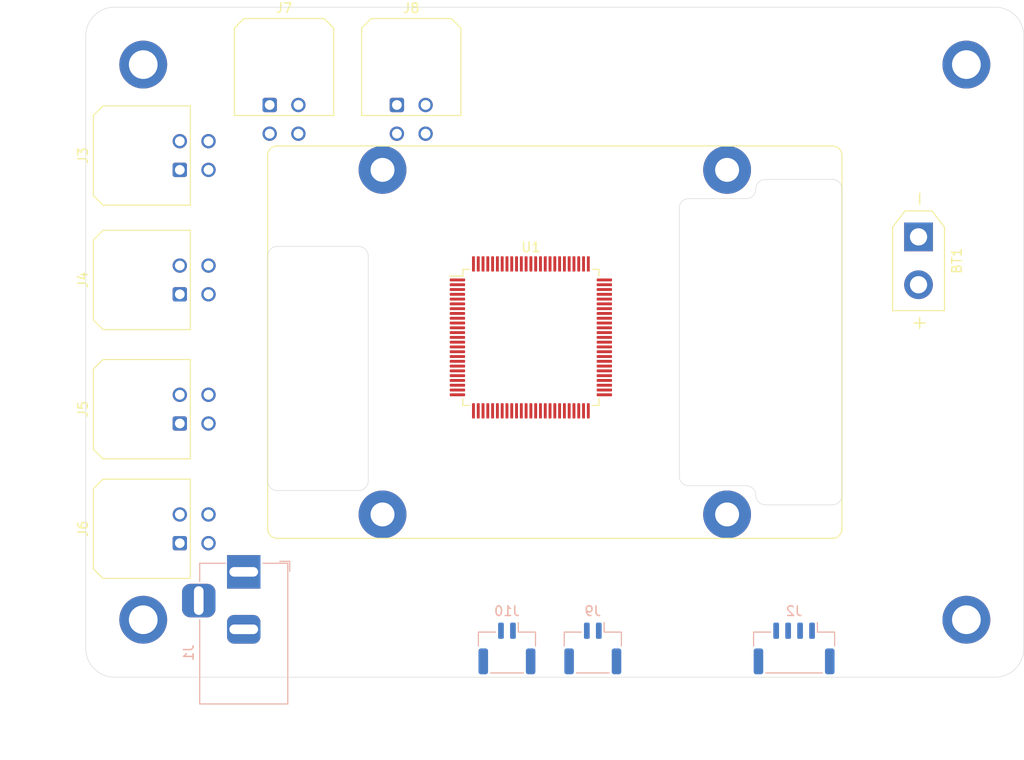
<source format=kicad_pcb>
(kicad_pcb (version 20171130) (host pcbnew "(5.1.9)-1")

  (general
    (thickness 1.6)
    (drawings 44)
    (tracks 8)
    (zones 0)
    (modules 12)
    (nets 4)
  )

  (page A4)
  (layers
    (0 F.Cu signal)
    (31 B.Cu signal)
    (32 B.Adhes user)
    (33 F.Adhes user)
    (34 B.Paste user)
    (35 F.Paste user)
    (36 B.SilkS user)
    (37 F.SilkS user)
    (38 B.Mask user)
    (39 F.Mask user)
    (40 Dwgs.User user)
    (41 Cmts.User user)
    (42 Eco1.User user)
    (43 Eco2.User user)
    (44 Edge.Cuts user)
    (45 Margin user)
    (46 B.CrtYd user)
    (47 F.CrtYd user)
    (48 B.Fab user)
    (49 F.Fab user)
  )

  (setup
    (last_trace_width 0.25)
    (trace_clearance 0.2)
    (zone_clearance 0.508)
    (zone_45_only no)
    (trace_min 0.2)
    (via_size 0.8)
    (via_drill 0.4)
    (via_min_size 0.4)
    (via_min_drill 0.3)
    (uvia_size 0.3)
    (uvia_drill 0.1)
    (uvias_allowed no)
    (uvia_min_size 0.2)
    (uvia_min_drill 0.1)
    (edge_width 0.05)
    (segment_width 0.2)
    (pcb_text_width 0.3)
    (pcb_text_size 1.5 1.5)
    (mod_edge_width 0.12)
    (mod_text_size 1 1)
    (mod_text_width 0.15)
    (pad_size 1.524 1.524)
    (pad_drill 0.762)
    (pad_to_mask_clearance 0)
    (aux_axis_origin 0 0)
    (visible_elements 7FFFFFFF)
    (pcbplotparams
      (layerselection 0x010fc_ffffffff)
      (usegerberextensions false)
      (usegerberattributes true)
      (usegerberadvancedattributes true)
      (creategerberjobfile true)
      (excludeedgelayer true)
      (linewidth 0.100000)
      (plotframeref false)
      (viasonmask false)
      (mode 1)
      (useauxorigin false)
      (hpglpennumber 1)
      (hpglpenspeed 20)
      (hpglpendiameter 15.000000)
      (psnegative false)
      (psa4output false)
      (plotreference true)
      (plotvalue true)
      (plotinvisibletext false)
      (padsonsilk false)
      (subtractmaskfromsilk false)
      (outputformat 1)
      (mirror false)
      (drillshape 1)
      (scaleselection 1)
      (outputdirectory ""))
  )

  (net 0 "")
  (net 1 "Net-(J2-PadMP)")
  (net 2 "Net-(J9-PadMP)")
  (net 3 "Net-(J10-PadMP)")

  (net_class Default "This is the default net class."
    (clearance 0.2)
    (trace_width 0.25)
    (via_dia 0.8)
    (via_drill 0.4)
    (uvia_dia 0.3)
    (uvia_drill 0.1)
    (add_net +12V)
    (add_net AL0)
    (add_net AL1)
    (add_net GNDA)
    (add_net "Net-(BT1-Pad1)")
    (add_net "Net-(BT1-Pad2)")
    (add_net "Net-(J1-Pad1)")
    (add_net "Net-(J1-Pad2)")
    (add_net "Net-(J1-Pad3)")
    (add_net "Net-(J10-Pad1)")
    (add_net "Net-(J10-Pad2)")
    (add_net "Net-(J10-PadMP)")
    (add_net "Net-(J2-Pad1)")
    (add_net "Net-(J2-Pad2)")
    (add_net "Net-(J2-Pad3)")
    (add_net "Net-(J2-Pad4)")
    (add_net "Net-(J2-PadMP)")
    (add_net "Net-(J3-Pad4)")
    (add_net "Net-(J4-Pad1)")
    (add_net "Net-(J4-Pad2)")
    (add_net "Net-(J4-Pad4)")
    (add_net "Net-(J5-Pad1)")
    (add_net "Net-(J5-Pad2)")
    (add_net "Net-(J5-Pad3)")
    (add_net "Net-(J5-Pad4)")
    (add_net "Net-(J6-Pad1)")
    (add_net "Net-(J6-Pad2)")
    (add_net "Net-(J6-Pad3)")
    (add_net "Net-(J6-Pad4)")
    (add_net "Net-(J7-Pad1)")
    (add_net "Net-(J7-Pad2)")
    (add_net "Net-(J7-Pad3)")
    (add_net "Net-(J7-Pad4)")
    (add_net "Net-(J8-Pad1)")
    (add_net "Net-(J8-Pad2)")
    (add_net "Net-(J8-Pad3)")
    (add_net "Net-(J8-Pad4)")
    (add_net "Net-(J9-Pad1)")
    (add_net "Net-(J9-Pad2)")
    (add_net "Net-(J9-PadMP)")
    (add_net "Net-(U1-Pad1)")
    (add_net "Net-(U1-Pad10)")
    (add_net "Net-(U1-Pad100)")
    (add_net "Net-(U1-Pad11)")
    (add_net "Net-(U1-Pad12)")
    (add_net "Net-(U1-Pad13)")
    (add_net "Net-(U1-Pad14)")
    (add_net "Net-(U1-Pad15)")
    (add_net "Net-(U1-Pad16)")
    (add_net "Net-(U1-Pad17)")
    (add_net "Net-(U1-Pad18)")
    (add_net "Net-(U1-Pad19)")
    (add_net "Net-(U1-Pad2)")
    (add_net "Net-(U1-Pad20)")
    (add_net "Net-(U1-Pad21)")
    (add_net "Net-(U1-Pad22)")
    (add_net "Net-(U1-Pad23)")
    (add_net "Net-(U1-Pad24)")
    (add_net "Net-(U1-Pad25)")
    (add_net "Net-(U1-Pad26)")
    (add_net "Net-(U1-Pad27)")
    (add_net "Net-(U1-Pad28)")
    (add_net "Net-(U1-Pad29)")
    (add_net "Net-(U1-Pad3)")
    (add_net "Net-(U1-Pad30)")
    (add_net "Net-(U1-Pad31)")
    (add_net "Net-(U1-Pad32)")
    (add_net "Net-(U1-Pad33)")
    (add_net "Net-(U1-Pad34)")
    (add_net "Net-(U1-Pad35)")
    (add_net "Net-(U1-Pad36)")
    (add_net "Net-(U1-Pad37)")
    (add_net "Net-(U1-Pad38)")
    (add_net "Net-(U1-Pad39)")
    (add_net "Net-(U1-Pad4)")
    (add_net "Net-(U1-Pad40)")
    (add_net "Net-(U1-Pad41)")
    (add_net "Net-(U1-Pad42)")
    (add_net "Net-(U1-Pad43)")
    (add_net "Net-(U1-Pad44)")
    (add_net "Net-(U1-Pad45)")
    (add_net "Net-(U1-Pad46)")
    (add_net "Net-(U1-Pad47)")
    (add_net "Net-(U1-Pad48)")
    (add_net "Net-(U1-Pad49)")
    (add_net "Net-(U1-Pad5)")
    (add_net "Net-(U1-Pad50)")
    (add_net "Net-(U1-Pad51)")
    (add_net "Net-(U1-Pad52)")
    (add_net "Net-(U1-Pad53)")
    (add_net "Net-(U1-Pad54)")
    (add_net "Net-(U1-Pad55)")
    (add_net "Net-(U1-Pad56)")
    (add_net "Net-(U1-Pad57)")
    (add_net "Net-(U1-Pad58)")
    (add_net "Net-(U1-Pad59)")
    (add_net "Net-(U1-Pad6)")
    (add_net "Net-(U1-Pad60)")
    (add_net "Net-(U1-Pad61)")
    (add_net "Net-(U1-Pad62)")
    (add_net "Net-(U1-Pad63)")
    (add_net "Net-(U1-Pad64)")
    (add_net "Net-(U1-Pad65)")
    (add_net "Net-(U1-Pad66)")
    (add_net "Net-(U1-Pad67)")
    (add_net "Net-(U1-Pad68)")
    (add_net "Net-(U1-Pad69)")
    (add_net "Net-(U1-Pad7)")
    (add_net "Net-(U1-Pad70)")
    (add_net "Net-(U1-Pad71)")
    (add_net "Net-(U1-Pad72)")
    (add_net "Net-(U1-Pad73)")
    (add_net "Net-(U1-Pad74)")
    (add_net "Net-(U1-Pad75)")
    (add_net "Net-(U1-Pad76)")
    (add_net "Net-(U1-Pad77)")
    (add_net "Net-(U1-Pad78)")
    (add_net "Net-(U1-Pad79)")
    (add_net "Net-(U1-Pad8)")
    (add_net "Net-(U1-Pad80)")
    (add_net "Net-(U1-Pad81)")
    (add_net "Net-(U1-Pad82)")
    (add_net "Net-(U1-Pad83)")
    (add_net "Net-(U1-Pad84)")
    (add_net "Net-(U1-Pad85)")
    (add_net "Net-(U1-Pad86)")
    (add_net "Net-(U1-Pad87)")
    (add_net "Net-(U1-Pad88)")
    (add_net "Net-(U1-Pad89)")
    (add_net "Net-(U1-Pad9)")
    (add_net "Net-(U1-Pad90)")
    (add_net "Net-(U1-Pad91)")
    (add_net "Net-(U1-Pad92)")
    (add_net "Net-(U1-Pad93)")
    (add_net "Net-(U1-Pad94)")
    (add_net "Net-(U1-Pad95)")
    (add_net "Net-(U1-Pad96)")
    (add_net "Net-(U1-Pad97)")
    (add_net "Net-(U1-Pad98)")
    (add_net "Net-(U1-Pad99)")
  )

  (module Package_QFP:LQFP-100_14x14mm_P0.5mm (layer F.Cu) (tedit 5D9F72B0) (tstamp 6093A107)
    (at 98.5 87.5)
    (descr "LQFP, 100 Pin (https://www.nxp.com/docs/en/package-information/SOT407-1.pdf), generated with kicad-footprint-generator ipc_gullwing_generator.py")
    (tags "LQFP QFP")
    (path /6093A828)
    (attr smd)
    (fp_text reference U1 (at 0 -9.42) (layer F.SilkS)
      (effects (font (size 1 1) (thickness 0.15)))
    )
    (fp_text value STM32F429VETx (at 0 9.42) (layer F.Fab)
      (effects (font (size 1 1) (thickness 0.15)))
    )
    (fp_text user %R (at 0 0) (layer F.Fab)
      (effects (font (size 1 1) (thickness 0.15)))
    )
    (fp_line (start 6.41 7.11) (end 7.11 7.11) (layer F.SilkS) (width 0.12))
    (fp_line (start 7.11 7.11) (end 7.11 6.41) (layer F.SilkS) (width 0.12))
    (fp_line (start -6.41 7.11) (end -7.11 7.11) (layer F.SilkS) (width 0.12))
    (fp_line (start -7.11 7.11) (end -7.11 6.41) (layer F.SilkS) (width 0.12))
    (fp_line (start 6.41 -7.11) (end 7.11 -7.11) (layer F.SilkS) (width 0.12))
    (fp_line (start 7.11 -7.11) (end 7.11 -6.41) (layer F.SilkS) (width 0.12))
    (fp_line (start -6.41 -7.11) (end -7.11 -7.11) (layer F.SilkS) (width 0.12))
    (fp_line (start -7.11 -7.11) (end -7.11 -6.41) (layer F.SilkS) (width 0.12))
    (fp_line (start -7.11 -6.41) (end -8.475 -6.41) (layer F.SilkS) (width 0.12))
    (fp_line (start -6 -7) (end 7 -7) (layer F.Fab) (width 0.1))
    (fp_line (start 7 -7) (end 7 7) (layer F.Fab) (width 0.1))
    (fp_line (start 7 7) (end -7 7) (layer F.Fab) (width 0.1))
    (fp_line (start -7 7) (end -7 -6) (layer F.Fab) (width 0.1))
    (fp_line (start -7 -6) (end -6 -7) (layer F.Fab) (width 0.1))
    (fp_line (start 0 -8.72) (end -6.4 -8.72) (layer F.CrtYd) (width 0.05))
    (fp_line (start -6.4 -8.72) (end -6.4 -7.25) (layer F.CrtYd) (width 0.05))
    (fp_line (start -6.4 -7.25) (end -7.25 -7.25) (layer F.CrtYd) (width 0.05))
    (fp_line (start -7.25 -7.25) (end -7.25 -6.4) (layer F.CrtYd) (width 0.05))
    (fp_line (start -7.25 -6.4) (end -8.72 -6.4) (layer F.CrtYd) (width 0.05))
    (fp_line (start -8.72 -6.4) (end -8.72 0) (layer F.CrtYd) (width 0.05))
    (fp_line (start 0 -8.72) (end 6.4 -8.72) (layer F.CrtYd) (width 0.05))
    (fp_line (start 6.4 -8.72) (end 6.4 -7.25) (layer F.CrtYd) (width 0.05))
    (fp_line (start 6.4 -7.25) (end 7.25 -7.25) (layer F.CrtYd) (width 0.05))
    (fp_line (start 7.25 -7.25) (end 7.25 -6.4) (layer F.CrtYd) (width 0.05))
    (fp_line (start 7.25 -6.4) (end 8.72 -6.4) (layer F.CrtYd) (width 0.05))
    (fp_line (start 8.72 -6.4) (end 8.72 0) (layer F.CrtYd) (width 0.05))
    (fp_line (start 0 8.72) (end -6.4 8.72) (layer F.CrtYd) (width 0.05))
    (fp_line (start -6.4 8.72) (end -6.4 7.25) (layer F.CrtYd) (width 0.05))
    (fp_line (start -6.4 7.25) (end -7.25 7.25) (layer F.CrtYd) (width 0.05))
    (fp_line (start -7.25 7.25) (end -7.25 6.4) (layer F.CrtYd) (width 0.05))
    (fp_line (start -7.25 6.4) (end -8.72 6.4) (layer F.CrtYd) (width 0.05))
    (fp_line (start -8.72 6.4) (end -8.72 0) (layer F.CrtYd) (width 0.05))
    (fp_line (start 0 8.72) (end 6.4 8.72) (layer F.CrtYd) (width 0.05))
    (fp_line (start 6.4 8.72) (end 6.4 7.25) (layer F.CrtYd) (width 0.05))
    (fp_line (start 6.4 7.25) (end 7.25 7.25) (layer F.CrtYd) (width 0.05))
    (fp_line (start 7.25 7.25) (end 7.25 6.4) (layer F.CrtYd) (width 0.05))
    (fp_line (start 7.25 6.4) (end 8.72 6.4) (layer F.CrtYd) (width 0.05))
    (fp_line (start 8.72 6.4) (end 8.72 0) (layer F.CrtYd) (width 0.05))
    (pad 100 smd roundrect (at -6 -7.675) (size 0.3 1.6) (layers F.Cu F.Paste F.Mask) (roundrect_rratio 0.25))
    (pad 99 smd roundrect (at -5.5 -7.675) (size 0.3 1.6) (layers F.Cu F.Paste F.Mask) (roundrect_rratio 0.25))
    (pad 98 smd roundrect (at -5 -7.675) (size 0.3 1.6) (layers F.Cu F.Paste F.Mask) (roundrect_rratio 0.25))
    (pad 97 smd roundrect (at -4.5 -7.675) (size 0.3 1.6) (layers F.Cu F.Paste F.Mask) (roundrect_rratio 0.25))
    (pad 96 smd roundrect (at -4 -7.675) (size 0.3 1.6) (layers F.Cu F.Paste F.Mask) (roundrect_rratio 0.25))
    (pad 95 smd roundrect (at -3.5 -7.675) (size 0.3 1.6) (layers F.Cu F.Paste F.Mask) (roundrect_rratio 0.25))
    (pad 94 smd roundrect (at -3 -7.675) (size 0.3 1.6) (layers F.Cu F.Paste F.Mask) (roundrect_rratio 0.25))
    (pad 93 smd roundrect (at -2.5 -7.675) (size 0.3 1.6) (layers F.Cu F.Paste F.Mask) (roundrect_rratio 0.25))
    (pad 92 smd roundrect (at -2 -7.675) (size 0.3 1.6) (layers F.Cu F.Paste F.Mask) (roundrect_rratio 0.25))
    (pad 91 smd roundrect (at -1.5 -7.675) (size 0.3 1.6) (layers F.Cu F.Paste F.Mask) (roundrect_rratio 0.25))
    (pad 90 smd roundrect (at -1 -7.675) (size 0.3 1.6) (layers F.Cu F.Paste F.Mask) (roundrect_rratio 0.25))
    (pad 89 smd roundrect (at -0.5 -7.675) (size 0.3 1.6) (layers F.Cu F.Paste F.Mask) (roundrect_rratio 0.25))
    (pad 88 smd roundrect (at 0 -7.675) (size 0.3 1.6) (layers F.Cu F.Paste F.Mask) (roundrect_rratio 0.25))
    (pad 87 smd roundrect (at 0.5 -7.675) (size 0.3 1.6) (layers F.Cu F.Paste F.Mask) (roundrect_rratio 0.25))
    (pad 86 smd roundrect (at 1 -7.675) (size 0.3 1.6) (layers F.Cu F.Paste F.Mask) (roundrect_rratio 0.25))
    (pad 85 smd roundrect (at 1.5 -7.675) (size 0.3 1.6) (layers F.Cu F.Paste F.Mask) (roundrect_rratio 0.25))
    (pad 84 smd roundrect (at 2 -7.675) (size 0.3 1.6) (layers F.Cu F.Paste F.Mask) (roundrect_rratio 0.25))
    (pad 83 smd roundrect (at 2.5 -7.675) (size 0.3 1.6) (layers F.Cu F.Paste F.Mask) (roundrect_rratio 0.25))
    (pad 82 smd roundrect (at 3 -7.675) (size 0.3 1.6) (layers F.Cu F.Paste F.Mask) (roundrect_rratio 0.25))
    (pad 81 smd roundrect (at 3.5 -7.675) (size 0.3 1.6) (layers F.Cu F.Paste F.Mask) (roundrect_rratio 0.25))
    (pad 80 smd roundrect (at 4 -7.675) (size 0.3 1.6) (layers F.Cu F.Paste F.Mask) (roundrect_rratio 0.25))
    (pad 79 smd roundrect (at 4.5 -7.675) (size 0.3 1.6) (layers F.Cu F.Paste F.Mask) (roundrect_rratio 0.25))
    (pad 78 smd roundrect (at 5 -7.675) (size 0.3 1.6) (layers F.Cu F.Paste F.Mask) (roundrect_rratio 0.25))
    (pad 77 smd roundrect (at 5.5 -7.675) (size 0.3 1.6) (layers F.Cu F.Paste F.Mask) (roundrect_rratio 0.25))
    (pad 76 smd roundrect (at 6 -7.675) (size 0.3 1.6) (layers F.Cu F.Paste F.Mask) (roundrect_rratio 0.25))
    (pad 75 smd roundrect (at 7.675 -6) (size 1.6 0.3) (layers F.Cu F.Paste F.Mask) (roundrect_rratio 0.25))
    (pad 74 smd roundrect (at 7.675 -5.5) (size 1.6 0.3) (layers F.Cu F.Paste F.Mask) (roundrect_rratio 0.25))
    (pad 73 smd roundrect (at 7.675 -5) (size 1.6 0.3) (layers F.Cu F.Paste F.Mask) (roundrect_rratio 0.25))
    (pad 72 smd roundrect (at 7.675 -4.5) (size 1.6 0.3) (layers F.Cu F.Paste F.Mask) (roundrect_rratio 0.25))
    (pad 71 smd roundrect (at 7.675 -4) (size 1.6 0.3) (layers F.Cu F.Paste F.Mask) (roundrect_rratio 0.25))
    (pad 70 smd roundrect (at 7.675 -3.5) (size 1.6 0.3) (layers F.Cu F.Paste F.Mask) (roundrect_rratio 0.25))
    (pad 69 smd roundrect (at 7.675 -3) (size 1.6 0.3) (layers F.Cu F.Paste F.Mask) (roundrect_rratio 0.25))
    (pad 68 smd roundrect (at 7.675 -2.5) (size 1.6 0.3) (layers F.Cu F.Paste F.Mask) (roundrect_rratio 0.25))
    (pad 67 smd roundrect (at 7.675 -2) (size 1.6 0.3) (layers F.Cu F.Paste F.Mask) (roundrect_rratio 0.25))
    (pad 66 smd roundrect (at 7.675 -1.5) (size 1.6 0.3) (layers F.Cu F.Paste F.Mask) (roundrect_rratio 0.25))
    (pad 65 smd roundrect (at 7.675 -1) (size 1.6 0.3) (layers F.Cu F.Paste F.Mask) (roundrect_rratio 0.25))
    (pad 64 smd roundrect (at 7.675 -0.5) (size 1.6 0.3) (layers F.Cu F.Paste F.Mask) (roundrect_rratio 0.25))
    (pad 63 smd roundrect (at 7.675 0) (size 1.6 0.3) (layers F.Cu F.Paste F.Mask) (roundrect_rratio 0.25))
    (pad 62 smd roundrect (at 7.675 0.5) (size 1.6 0.3) (layers F.Cu F.Paste F.Mask) (roundrect_rratio 0.25))
    (pad 61 smd roundrect (at 7.675 1) (size 1.6 0.3) (layers F.Cu F.Paste F.Mask) (roundrect_rratio 0.25))
    (pad 60 smd roundrect (at 7.675 1.5) (size 1.6 0.3) (layers F.Cu F.Paste F.Mask) (roundrect_rratio 0.25))
    (pad 59 smd roundrect (at 7.675 2) (size 1.6 0.3) (layers F.Cu F.Paste F.Mask) (roundrect_rratio 0.25))
    (pad 58 smd roundrect (at 7.675 2.5) (size 1.6 0.3) (layers F.Cu F.Paste F.Mask) (roundrect_rratio 0.25))
    (pad 57 smd roundrect (at 7.675 3) (size 1.6 0.3) (layers F.Cu F.Paste F.Mask) (roundrect_rratio 0.25))
    (pad 56 smd roundrect (at 7.675 3.5) (size 1.6 0.3) (layers F.Cu F.Paste F.Mask) (roundrect_rratio 0.25))
    (pad 55 smd roundrect (at 7.675 4) (size 1.6 0.3) (layers F.Cu F.Paste F.Mask) (roundrect_rratio 0.25))
    (pad 54 smd roundrect (at 7.675 4.5) (size 1.6 0.3) (layers F.Cu F.Paste F.Mask) (roundrect_rratio 0.25))
    (pad 53 smd roundrect (at 7.675 5) (size 1.6 0.3) (layers F.Cu F.Paste F.Mask) (roundrect_rratio 0.25))
    (pad 52 smd roundrect (at 7.675 5.5) (size 1.6 0.3) (layers F.Cu F.Paste F.Mask) (roundrect_rratio 0.25))
    (pad 51 smd roundrect (at 7.675 6) (size 1.6 0.3) (layers F.Cu F.Paste F.Mask) (roundrect_rratio 0.25))
    (pad 50 smd roundrect (at 6 7.675) (size 0.3 1.6) (layers F.Cu F.Paste F.Mask) (roundrect_rratio 0.25))
    (pad 49 smd roundrect (at 5.5 7.675) (size 0.3 1.6) (layers F.Cu F.Paste F.Mask) (roundrect_rratio 0.25))
    (pad 48 smd roundrect (at 5 7.675) (size 0.3 1.6) (layers F.Cu F.Paste F.Mask) (roundrect_rratio 0.25))
    (pad 47 smd roundrect (at 4.5 7.675) (size 0.3 1.6) (layers F.Cu F.Paste F.Mask) (roundrect_rratio 0.25))
    (pad 46 smd roundrect (at 4 7.675) (size 0.3 1.6) (layers F.Cu F.Paste F.Mask) (roundrect_rratio 0.25))
    (pad 45 smd roundrect (at 3.5 7.675) (size 0.3 1.6) (layers F.Cu F.Paste F.Mask) (roundrect_rratio 0.25))
    (pad 44 smd roundrect (at 3 7.675) (size 0.3 1.6) (layers F.Cu F.Paste F.Mask) (roundrect_rratio 0.25))
    (pad 43 smd roundrect (at 2.5 7.675) (size 0.3 1.6) (layers F.Cu F.Paste F.Mask) (roundrect_rratio 0.25))
    (pad 42 smd roundrect (at 2 7.675) (size 0.3 1.6) (layers F.Cu F.Paste F.Mask) (roundrect_rratio 0.25))
    (pad 41 smd roundrect (at 1.5 7.675) (size 0.3 1.6) (layers F.Cu F.Paste F.Mask) (roundrect_rratio 0.25))
    (pad 40 smd roundrect (at 1 7.675) (size 0.3 1.6) (layers F.Cu F.Paste F.Mask) (roundrect_rratio 0.25))
    (pad 39 smd roundrect (at 0.5 7.675) (size 0.3 1.6) (layers F.Cu F.Paste F.Mask) (roundrect_rratio 0.25))
    (pad 38 smd roundrect (at 0 7.675) (size 0.3 1.6) (layers F.Cu F.Paste F.Mask) (roundrect_rratio 0.25))
    (pad 37 smd roundrect (at -0.5 7.675) (size 0.3 1.6) (layers F.Cu F.Paste F.Mask) (roundrect_rratio 0.25))
    (pad 36 smd roundrect (at -1 7.675) (size 0.3 1.6) (layers F.Cu F.Paste F.Mask) (roundrect_rratio 0.25))
    (pad 35 smd roundrect (at -1.5 7.675) (size 0.3 1.6) (layers F.Cu F.Paste F.Mask) (roundrect_rratio 0.25))
    (pad 34 smd roundrect (at -2 7.675) (size 0.3 1.6) (layers F.Cu F.Paste F.Mask) (roundrect_rratio 0.25))
    (pad 33 smd roundrect (at -2.5 7.675) (size 0.3 1.6) (layers F.Cu F.Paste F.Mask) (roundrect_rratio 0.25))
    (pad 32 smd roundrect (at -3 7.675) (size 0.3 1.6) (layers F.Cu F.Paste F.Mask) (roundrect_rratio 0.25))
    (pad 31 smd roundrect (at -3.5 7.675) (size 0.3 1.6) (layers F.Cu F.Paste F.Mask) (roundrect_rratio 0.25))
    (pad 30 smd roundrect (at -4 7.675) (size 0.3 1.6) (layers F.Cu F.Paste F.Mask) (roundrect_rratio 0.25))
    (pad 29 smd roundrect (at -4.5 7.675) (size 0.3 1.6) (layers F.Cu F.Paste F.Mask) (roundrect_rratio 0.25))
    (pad 28 smd roundrect (at -5 7.675) (size 0.3 1.6) (layers F.Cu F.Paste F.Mask) (roundrect_rratio 0.25))
    (pad 27 smd roundrect (at -5.5 7.675) (size 0.3 1.6) (layers F.Cu F.Paste F.Mask) (roundrect_rratio 0.25))
    (pad 26 smd roundrect (at -6 7.675) (size 0.3 1.6) (layers F.Cu F.Paste F.Mask) (roundrect_rratio 0.25))
    (pad 25 smd roundrect (at -7.675 6) (size 1.6 0.3) (layers F.Cu F.Paste F.Mask) (roundrect_rratio 0.25))
    (pad 24 smd roundrect (at -7.675 5.5) (size 1.6 0.3) (layers F.Cu F.Paste F.Mask) (roundrect_rratio 0.25))
    (pad 23 smd roundrect (at -7.675 5) (size 1.6 0.3) (layers F.Cu F.Paste F.Mask) (roundrect_rratio 0.25))
    (pad 22 smd roundrect (at -7.675 4.5) (size 1.6 0.3) (layers F.Cu F.Paste F.Mask) (roundrect_rratio 0.25))
    (pad 21 smd roundrect (at -7.675 4) (size 1.6 0.3) (layers F.Cu F.Paste F.Mask) (roundrect_rratio 0.25))
    (pad 20 smd roundrect (at -7.675 3.5) (size 1.6 0.3) (layers F.Cu F.Paste F.Mask) (roundrect_rratio 0.25))
    (pad 19 smd roundrect (at -7.675 3) (size 1.6 0.3) (layers F.Cu F.Paste F.Mask) (roundrect_rratio 0.25))
    (pad 18 smd roundrect (at -7.675 2.5) (size 1.6 0.3) (layers F.Cu F.Paste F.Mask) (roundrect_rratio 0.25))
    (pad 17 smd roundrect (at -7.675 2) (size 1.6 0.3) (layers F.Cu F.Paste F.Mask) (roundrect_rratio 0.25))
    (pad 16 smd roundrect (at -7.675 1.5) (size 1.6 0.3) (layers F.Cu F.Paste F.Mask) (roundrect_rratio 0.25))
    (pad 15 smd roundrect (at -7.675 1) (size 1.6 0.3) (layers F.Cu F.Paste F.Mask) (roundrect_rratio 0.25))
    (pad 14 smd roundrect (at -7.675 0.5) (size 1.6 0.3) (layers F.Cu F.Paste F.Mask) (roundrect_rratio 0.25))
    (pad 13 smd roundrect (at -7.675 0) (size 1.6 0.3) (layers F.Cu F.Paste F.Mask) (roundrect_rratio 0.25))
    (pad 12 smd roundrect (at -7.675 -0.5) (size 1.6 0.3) (layers F.Cu F.Paste F.Mask) (roundrect_rratio 0.25))
    (pad 11 smd roundrect (at -7.675 -1) (size 1.6 0.3) (layers F.Cu F.Paste F.Mask) (roundrect_rratio 0.25))
    (pad 10 smd roundrect (at -7.675 -1.5) (size 1.6 0.3) (layers F.Cu F.Paste F.Mask) (roundrect_rratio 0.25))
    (pad 9 smd roundrect (at -7.675 -2) (size 1.6 0.3) (layers F.Cu F.Paste F.Mask) (roundrect_rratio 0.25))
    (pad 8 smd roundrect (at -7.675 -2.5) (size 1.6 0.3) (layers F.Cu F.Paste F.Mask) (roundrect_rratio 0.25))
    (pad 7 smd roundrect (at -7.675 -3) (size 1.6 0.3) (layers F.Cu F.Paste F.Mask) (roundrect_rratio 0.25))
    (pad 6 smd roundrect (at -7.675 -3.5) (size 1.6 0.3) (layers F.Cu F.Paste F.Mask) (roundrect_rratio 0.25))
    (pad 5 smd roundrect (at -7.675 -4) (size 1.6 0.3) (layers F.Cu F.Paste F.Mask) (roundrect_rratio 0.25))
    (pad 4 smd roundrect (at -7.675 -4.5) (size 1.6 0.3) (layers F.Cu F.Paste F.Mask) (roundrect_rratio 0.25))
    (pad 3 smd roundrect (at -7.675 -5) (size 1.6 0.3) (layers F.Cu F.Paste F.Mask) (roundrect_rratio 0.25))
    (pad 2 smd roundrect (at -7.675 -5.5) (size 1.6 0.3) (layers F.Cu F.Paste F.Mask) (roundrect_rratio 0.25))
    (pad 1 smd roundrect (at -7.675 -6) (size 1.6 0.3) (layers F.Cu F.Paste F.Mask) (roundrect_rratio 0.25))
    (model ${KISYS3DMOD}/Package_QFP.3dshapes/LQFP-100_14x14mm_P0.5mm.wrl
      (at (xyz 0 0 0))
      (scale (xyz 1 1 1))
      (rotate (xyz 0 0 0))
    )
  )

  (module Connector_JST:JST_GH_SM02B-GHS-TB_1x02-1MP_P1.25mm_Horizontal (layer B.Cu) (tedit 5B78AD87) (tstamp 609409F1)
    (at 96 120 180)
    (descr "JST GH series connector, SM02B-GHS-TB (http://www.jst-mfg.com/product/pdf/eng/eGH.pdf), generated with kicad-footprint-generator")
    (tags "connector JST GH top entry")
    (path /60947A6A)
    (attr smd)
    (fp_text reference J10 (at 0 3.9) (layer B.SilkS)
      (effects (font (size 1 1) (thickness 0.15)) (justify mirror))
    )
    (fp_text value CAN2 (at 0 -3.9) (layer B.Fab)
      (effects (font (size 1 1) (thickness 0.15)) (justify mirror))
    )
    (fp_line (start -0.625 0.892893) (end -0.125 1.6) (layer B.Fab) (width 0.1))
    (fp_line (start -1.125 1.6) (end -0.625 0.892893) (layer B.Fab) (width 0.1))
    (fp_line (start 3.48 3.2) (end -3.48 3.2) (layer B.CrtYd) (width 0.05))
    (fp_line (start 3.48 -3.2) (end 3.48 3.2) (layer B.CrtYd) (width 0.05))
    (fp_line (start -3.48 -3.2) (end 3.48 -3.2) (layer B.CrtYd) (width 0.05))
    (fp_line (start -3.48 3.2) (end -3.48 -3.2) (layer B.CrtYd) (width 0.05))
    (fp_line (start 2.875 1.6) (end 2.875 -2.45) (layer B.Fab) (width 0.1))
    (fp_line (start -2.875 1.6) (end -2.875 -2.45) (layer B.Fab) (width 0.1))
    (fp_line (start -2.875 -2.45) (end 2.875 -2.45) (layer B.Fab) (width 0.1))
    (fp_line (start -1.715 -2.56) (end 1.715 -2.56) (layer B.SilkS) (width 0.12))
    (fp_line (start 2.985 1.71) (end 1.185 1.71) (layer B.SilkS) (width 0.12))
    (fp_line (start 2.985 0.26) (end 2.985 1.71) (layer B.SilkS) (width 0.12))
    (fp_line (start -1.185 1.71) (end -1.185 2.7) (layer B.SilkS) (width 0.12))
    (fp_line (start -2.985 1.71) (end -1.185 1.71) (layer B.SilkS) (width 0.12))
    (fp_line (start -2.985 0.26) (end -2.985 1.71) (layer B.SilkS) (width 0.12))
    (fp_line (start -2.875 1.6) (end 2.875 1.6) (layer B.Fab) (width 0.1))
    (fp_text user %R (at 0 0) (layer B.Fab)
      (effects (font (size 1 1) (thickness 0.15)) (justify mirror))
    )
    (pad MP smd roundrect (at 2.475 -1.35 180) (size 1 2.7) (layers B.Cu B.Paste B.Mask) (roundrect_rratio 0.25)
      (net 3 "Net-(J10-PadMP)"))
    (pad MP smd roundrect (at -2.475 -1.35 180) (size 1 2.7) (layers B.Cu B.Paste B.Mask) (roundrect_rratio 0.25)
      (net 3 "Net-(J10-PadMP)"))
    (pad 2 smd roundrect (at 0.625 1.85 180) (size 0.6 1.7) (layers B.Cu B.Paste B.Mask) (roundrect_rratio 0.25))
    (pad 1 smd roundrect (at -0.625 1.85 180) (size 0.6 1.7) (layers B.Cu B.Paste B.Mask) (roundrect_rratio 0.25))
    (model ${KISYS3DMOD}/Connector_JST.3dshapes/JST_GH_SM02B-GHS-TB_1x02-1MP_P1.25mm_Horizontal.wrl
      (at (xyz 0 0 0))
      (scale (xyz 1 1 1))
      (rotate (xyz 0 0 0))
    )
  )

  (module Connector_JST:JST_GH_SM02B-GHS-TB_1x02-1MP_P1.25mm_Horizontal (layer B.Cu) (tedit 5B78AD87) (tstamp 609409D8)
    (at 104.97 120 180)
    (descr "JST GH series connector, SM02B-GHS-TB (http://www.jst-mfg.com/product/pdf/eng/eGH.pdf), generated with kicad-footprint-generator")
    (tags "connector JST GH top entry")
    (path /60946DE4)
    (attr smd)
    (fp_text reference J9 (at 0 3.9) (layer B.SilkS)
      (effects (font (size 1 1) (thickness 0.15)) (justify mirror))
    )
    (fp_text value CAN1 (at 0 -3.9) (layer B.Fab)
      (effects (font (size 1 1) (thickness 0.15)) (justify mirror))
    )
    (fp_line (start -0.625 0.892893) (end -0.125 1.6) (layer B.Fab) (width 0.1))
    (fp_line (start -1.125 1.6) (end -0.625 0.892893) (layer B.Fab) (width 0.1))
    (fp_line (start 3.48 3.2) (end -3.48 3.2) (layer B.CrtYd) (width 0.05))
    (fp_line (start 3.48 -3.2) (end 3.48 3.2) (layer B.CrtYd) (width 0.05))
    (fp_line (start -3.48 -3.2) (end 3.48 -3.2) (layer B.CrtYd) (width 0.05))
    (fp_line (start -3.48 3.2) (end -3.48 -3.2) (layer B.CrtYd) (width 0.05))
    (fp_line (start 2.875 1.6) (end 2.875 -2.45) (layer B.Fab) (width 0.1))
    (fp_line (start -2.875 1.6) (end -2.875 -2.45) (layer B.Fab) (width 0.1))
    (fp_line (start -2.875 -2.45) (end 2.875 -2.45) (layer B.Fab) (width 0.1))
    (fp_line (start -1.715 -2.56) (end 1.715 -2.56) (layer B.SilkS) (width 0.12))
    (fp_line (start 2.985 1.71) (end 1.185 1.71) (layer B.SilkS) (width 0.12))
    (fp_line (start 2.985 0.26) (end 2.985 1.71) (layer B.SilkS) (width 0.12))
    (fp_line (start -1.185 1.71) (end -1.185 2.7) (layer B.SilkS) (width 0.12))
    (fp_line (start -2.985 1.71) (end -1.185 1.71) (layer B.SilkS) (width 0.12))
    (fp_line (start -2.985 0.26) (end -2.985 1.71) (layer B.SilkS) (width 0.12))
    (fp_line (start -2.875 1.6) (end 2.875 1.6) (layer B.Fab) (width 0.1))
    (fp_text user %R (at 0 0) (layer B.Fab)
      (effects (font (size 1 1) (thickness 0.15)) (justify mirror))
    )
    (pad MP smd roundrect (at 2.475 -1.35 180) (size 1 2.7) (layers B.Cu B.Paste B.Mask) (roundrect_rratio 0.25)
      (net 2 "Net-(J9-PadMP)"))
    (pad MP smd roundrect (at -2.475 -1.35 180) (size 1 2.7) (layers B.Cu B.Paste B.Mask) (roundrect_rratio 0.25)
      (net 2 "Net-(J9-PadMP)"))
    (pad 2 smd roundrect (at 0.625 1.85 180) (size 0.6 1.7) (layers B.Cu B.Paste B.Mask) (roundrect_rratio 0.25))
    (pad 1 smd roundrect (at -0.625 1.85 180) (size 0.6 1.7) (layers B.Cu B.Paste B.Mask) (roundrect_rratio 0.25))
    (model ${KISYS3DMOD}/Connector_JST.3dshapes/JST_GH_SM02B-GHS-TB_1x02-1MP_P1.25mm_Horizontal.wrl
      (at (xyz 0 0 0))
      (scale (xyz 1 1 1))
      (rotate (xyz 0 0 0))
    )
  )

  (module Connector_Molex:Molex_Micro-Fit_3.0_43045-0400_2x02_P3.00mm_Horizontal (layer F.Cu) (tedit 5DC5E16C) (tstamp 609409BF)
    (at 84.5 63.22)
    (descr "Molex Micro-Fit 3.0 Connector System, 43045-0400 (alternative finishes: 43045-040x), 2 Pins per row (https://www.molex.com/pdm_docs/sd/430450201_sd.pdf), generated with kicad-footprint-generator")
    (tags "connector Molex Micro-Fit_3.0 horizontal")
    (path /6094AC98)
    (fp_text reference J8 (at 1.5 -10.12) (layer F.SilkS)
      (effects (font (size 1 1) (thickness 0.15)))
    )
    (fp_text value Conn_02x02_Odd_Even (at 1.5 5.7) (layer F.Fab)
      (effects (font (size 1 1) (thickness 0.15)))
    )
    (fp_line (start -1.25 1.49) (end -4.08 1.49) (layer F.CrtYd) (width 0.05))
    (fp_line (start -1.25 4.25) (end -1.25 1.49) (layer F.CrtYd) (width 0.05))
    (fp_line (start 4.25 4.25) (end -1.25 4.25) (layer F.CrtYd) (width 0.05))
    (fp_line (start 4.25 1.49) (end 4.25 4.25) (layer F.CrtYd) (width 0.05))
    (fp_line (start 7.08 1.49) (end 4.25 1.49) (layer F.CrtYd) (width 0.05))
    (fp_line (start 7.08 -9.42) (end 7.08 1.49) (layer F.CrtYd) (width 0.05))
    (fp_line (start -4.08 -9.42) (end 7.08 -9.42) (layer F.CrtYd) (width 0.05))
    (fp_line (start -4.08 1.49) (end -4.08 -9.42) (layer F.CrtYd) (width 0.05))
    (fp_line (start 6.685 1.1) (end -3.685 1.1) (layer F.SilkS) (width 0.12))
    (fp_line (start 6.685 -8.03) (end 6.685 1.1) (layer F.SilkS) (width 0.12))
    (fp_line (start 5.685 -9.03) (end 6.685 -8.03) (layer F.SilkS) (width 0.12))
    (fp_line (start -2.685 -9.03) (end 5.685 -9.03) (layer F.SilkS) (width 0.12))
    (fp_line (start -3.685 -8.03) (end -2.685 -9.03) (layer F.SilkS) (width 0.12))
    (fp_line (start -3.685 1.1) (end -3.685 -8.03) (layer F.SilkS) (width 0.12))
    (fp_line (start 0 0) (end 0.75 0.99) (layer F.Fab) (width 0.1))
    (fp_line (start -0.75 0.99) (end 0 0) (layer F.Fab) (width 0.1))
    (fp_line (start 6.575 0.99) (end -3.575 0.99) (layer F.Fab) (width 0.1))
    (fp_line (start 6.575 -7.92) (end 6.575 0.99) (layer F.Fab) (width 0.1))
    (fp_line (start 5.575 -8.92) (end 6.575 -7.92) (layer F.Fab) (width 0.1))
    (fp_line (start -2.575 -8.92) (end 5.575 -8.92) (layer F.Fab) (width 0.1))
    (fp_line (start -3.575 -7.92) (end -2.575 -8.92) (layer F.Fab) (width 0.1))
    (fp_line (start -3.575 0.99) (end -3.575 -7.92) (layer F.Fab) (width 0.1))
    (fp_text user %R (at 1.5 -8.22) (layer F.Fab)
      (effects (font (size 1 1) (thickness 0.15)))
    )
    (pad 4 thru_hole circle (at 3 3) (size 1.5 1.5) (drill 1.02) (layers *.Cu *.Mask))
    (pad 3 thru_hole circle (at 0 3) (size 1.5 1.5) (drill 1.02) (layers *.Cu *.Mask))
    (pad 2 thru_hole circle (at 3 0) (size 1.5 1.5) (drill 1.02) (layers *.Cu *.Mask))
    (pad 1 thru_hole roundrect (at 0 0) (size 1.5 1.5) (drill 1.02) (layers *.Cu *.Mask) (roundrect_rratio 0.166667))
    (pad "" np_thru_hole circle (at 1.5 -4.32) (size 3 3) (drill 3) (layers *.Cu *.Mask))
    (model ${KISYS3DMOD}/Connector_Molex.3dshapes/Molex_Micro-Fit_3.0_43045-0400_2x02_P3.00mm_Horizontal.wrl
      (at (xyz 0 0 0))
      (scale (xyz 1 1 1))
      (rotate (xyz 0 0 0))
    )
  )

  (module Connector_Molex:Molex_Micro-Fit_3.0_43045-0400_2x02_P3.00mm_Horizontal (layer F.Cu) (tedit 5DC5E16C) (tstamp 6094099F)
    (at 71.21 63.22)
    (descr "Molex Micro-Fit 3.0 Connector System, 43045-0400 (alternative finishes: 43045-040x), 2 Pins per row (https://www.molex.com/pdm_docs/sd/430450201_sd.pdf), generated with kicad-footprint-generator")
    (tags "connector Molex Micro-Fit_3.0 horizontal")
    (path /6094A8DA)
    (fp_text reference J7 (at 1.5 -10.12) (layer F.SilkS)
      (effects (font (size 1 1) (thickness 0.15)))
    )
    (fp_text value Conn_02x02_Odd_Even (at 1.5 5.7) (layer F.Fab)
      (effects (font (size 1 1) (thickness 0.15)))
    )
    (fp_line (start -1.25 1.49) (end -4.08 1.49) (layer F.CrtYd) (width 0.05))
    (fp_line (start -1.25 4.25) (end -1.25 1.49) (layer F.CrtYd) (width 0.05))
    (fp_line (start 4.25 4.25) (end -1.25 4.25) (layer F.CrtYd) (width 0.05))
    (fp_line (start 4.25 1.49) (end 4.25 4.25) (layer F.CrtYd) (width 0.05))
    (fp_line (start 7.08 1.49) (end 4.25 1.49) (layer F.CrtYd) (width 0.05))
    (fp_line (start 7.08 -9.42) (end 7.08 1.49) (layer F.CrtYd) (width 0.05))
    (fp_line (start -4.08 -9.42) (end 7.08 -9.42) (layer F.CrtYd) (width 0.05))
    (fp_line (start -4.08 1.49) (end -4.08 -9.42) (layer F.CrtYd) (width 0.05))
    (fp_line (start 6.685 1.1) (end -3.685 1.1) (layer F.SilkS) (width 0.12))
    (fp_line (start 6.685 -8.03) (end 6.685 1.1) (layer F.SilkS) (width 0.12))
    (fp_line (start 5.685 -9.03) (end 6.685 -8.03) (layer F.SilkS) (width 0.12))
    (fp_line (start -2.685 -9.03) (end 5.685 -9.03) (layer F.SilkS) (width 0.12))
    (fp_line (start -3.685 -8.03) (end -2.685 -9.03) (layer F.SilkS) (width 0.12))
    (fp_line (start -3.685 1.1) (end -3.685 -8.03) (layer F.SilkS) (width 0.12))
    (fp_line (start 0 0) (end 0.75 0.99) (layer F.Fab) (width 0.1))
    (fp_line (start -0.75 0.99) (end 0 0) (layer F.Fab) (width 0.1))
    (fp_line (start 6.575 0.99) (end -3.575 0.99) (layer F.Fab) (width 0.1))
    (fp_line (start 6.575 -7.92) (end 6.575 0.99) (layer F.Fab) (width 0.1))
    (fp_line (start 5.575 -8.92) (end 6.575 -7.92) (layer F.Fab) (width 0.1))
    (fp_line (start -2.575 -8.92) (end 5.575 -8.92) (layer F.Fab) (width 0.1))
    (fp_line (start -3.575 -7.92) (end -2.575 -8.92) (layer F.Fab) (width 0.1))
    (fp_line (start -3.575 0.99) (end -3.575 -7.92) (layer F.Fab) (width 0.1))
    (fp_text user %R (at 1.5 -8.22) (layer F.Fab)
      (effects (font (size 1 1) (thickness 0.15)))
    )
    (pad 4 thru_hole circle (at 3 3) (size 1.5 1.5) (drill 1.02) (layers *.Cu *.Mask))
    (pad 3 thru_hole circle (at 0 3) (size 1.5 1.5) (drill 1.02) (layers *.Cu *.Mask))
    (pad 2 thru_hole circle (at 3 0) (size 1.5 1.5) (drill 1.02) (layers *.Cu *.Mask))
    (pad 1 thru_hole roundrect (at 0 0) (size 1.5 1.5) (drill 1.02) (layers *.Cu *.Mask) (roundrect_rratio 0.166667))
    (pad "" np_thru_hole circle (at 1.5 -4.32) (size 3 3) (drill 3) (layers *.Cu *.Mask))
    (model ${KISYS3DMOD}/Connector_Molex.3dshapes/Molex_Micro-Fit_3.0_43045-0400_2x02_P3.00mm_Horizontal.wrl
      (at (xyz 0 0 0))
      (scale (xyz 1 1 1))
      (rotate (xyz 0 0 0))
    )
  )

  (module Connector_Molex:Molex_Micro-Fit_3.0_43045-0400_2x02_P3.00mm_Horizontal (layer F.Cu) (tedit 5DC5E16C) (tstamp 6094097F)
    (at 61.82 109 90)
    (descr "Molex Micro-Fit 3.0 Connector System, 43045-0400 (alternative finishes: 43045-040x), 2 Pins per row (https://www.molex.com/pdm_docs/sd/430450201_sd.pdf), generated with kicad-footprint-generator")
    (tags "connector Molex Micro-Fit_3.0 horizontal")
    (path /6094A26B)
    (fp_text reference J6 (at 1.5 -10.12 90) (layer F.SilkS)
      (effects (font (size 1 1) (thickness 0.15)))
    )
    (fp_text value Conn_02x02_Odd_Even (at 1.5 5.7 90) (layer F.Fab)
      (effects (font (size 1 1) (thickness 0.15)))
    )
    (fp_line (start -1.25 1.49) (end -4.08 1.49) (layer F.CrtYd) (width 0.05))
    (fp_line (start -1.25 4.25) (end -1.25 1.49) (layer F.CrtYd) (width 0.05))
    (fp_line (start 4.25 4.25) (end -1.25 4.25) (layer F.CrtYd) (width 0.05))
    (fp_line (start 4.25 1.49) (end 4.25 4.25) (layer F.CrtYd) (width 0.05))
    (fp_line (start 7.08 1.49) (end 4.25 1.49) (layer F.CrtYd) (width 0.05))
    (fp_line (start 7.08 -9.42) (end 7.08 1.49) (layer F.CrtYd) (width 0.05))
    (fp_line (start -4.08 -9.42) (end 7.08 -9.42) (layer F.CrtYd) (width 0.05))
    (fp_line (start -4.08 1.49) (end -4.08 -9.42) (layer F.CrtYd) (width 0.05))
    (fp_line (start 6.685 1.1) (end -3.685 1.1) (layer F.SilkS) (width 0.12))
    (fp_line (start 6.685 -8.03) (end 6.685 1.1) (layer F.SilkS) (width 0.12))
    (fp_line (start 5.685 -9.03) (end 6.685 -8.03) (layer F.SilkS) (width 0.12))
    (fp_line (start -2.685 -9.03) (end 5.685 -9.03) (layer F.SilkS) (width 0.12))
    (fp_line (start -3.685 -8.03) (end -2.685 -9.03) (layer F.SilkS) (width 0.12))
    (fp_line (start -3.685 1.1) (end -3.685 -8.03) (layer F.SilkS) (width 0.12))
    (fp_line (start 0 0) (end 0.75 0.99) (layer F.Fab) (width 0.1))
    (fp_line (start -0.75 0.99) (end 0 0) (layer F.Fab) (width 0.1))
    (fp_line (start 6.575 0.99) (end -3.575 0.99) (layer F.Fab) (width 0.1))
    (fp_line (start 6.575 -7.92) (end 6.575 0.99) (layer F.Fab) (width 0.1))
    (fp_line (start 5.575 -8.92) (end 6.575 -7.92) (layer F.Fab) (width 0.1))
    (fp_line (start -2.575 -8.92) (end 5.575 -8.92) (layer F.Fab) (width 0.1))
    (fp_line (start -3.575 -7.92) (end -2.575 -8.92) (layer F.Fab) (width 0.1))
    (fp_line (start -3.575 0.99) (end -3.575 -7.92) (layer F.Fab) (width 0.1))
    (fp_text user %R (at 1.5 -8.22 90) (layer F.Fab)
      (effects (font (size 1 1) (thickness 0.15)))
    )
    (pad 4 thru_hole circle (at 3 3 90) (size 1.5 1.5) (drill 1.02) (layers *.Cu *.Mask))
    (pad 3 thru_hole circle (at 0 3 90) (size 1.5 1.5) (drill 1.02) (layers *.Cu *.Mask))
    (pad 2 thru_hole circle (at 3 0 90) (size 1.5 1.5) (drill 1.02) (layers *.Cu *.Mask))
    (pad 1 thru_hole roundrect (at 0 0 90) (size 1.5 1.5) (drill 1.02) (layers *.Cu *.Mask) (roundrect_rratio 0.166667))
    (pad "" np_thru_hole circle (at 1.5 -4.32 90) (size 3 3) (drill 3) (layers *.Cu *.Mask))
    (model ${KISYS3DMOD}/Connector_Molex.3dshapes/Molex_Micro-Fit_3.0_43045-0400_2x02_P3.00mm_Horizontal.wrl
      (at (xyz 0 0 0))
      (scale (xyz 1 1 1))
      (rotate (xyz 0 0 0))
    )
  )

  (module Connector_Molex:Molex_Micro-Fit_3.0_43045-0400_2x02_P3.00mm_Horizontal (layer F.Cu) (tedit 5DC5E16C) (tstamp 6094095F)
    (at 61.82 96.5 90)
    (descr "Molex Micro-Fit 3.0 Connector System, 43045-0400 (alternative finishes: 43045-040x), 2 Pins per row (https://www.molex.com/pdm_docs/sd/430450201_sd.pdf), generated with kicad-footprint-generator")
    (tags "connector Molex Micro-Fit_3.0 horizontal")
    (path /60949DCD)
    (fp_text reference J5 (at 1.5 -10.12 90) (layer F.SilkS)
      (effects (font (size 1 1) (thickness 0.15)))
    )
    (fp_text value Conn_02x02_Odd_Even (at 1.5 5.7 90) (layer F.Fab)
      (effects (font (size 1 1) (thickness 0.15)))
    )
    (fp_line (start -1.25 1.49) (end -4.08 1.49) (layer F.CrtYd) (width 0.05))
    (fp_line (start -1.25 4.25) (end -1.25 1.49) (layer F.CrtYd) (width 0.05))
    (fp_line (start 4.25 4.25) (end -1.25 4.25) (layer F.CrtYd) (width 0.05))
    (fp_line (start 4.25 1.49) (end 4.25 4.25) (layer F.CrtYd) (width 0.05))
    (fp_line (start 7.08 1.49) (end 4.25 1.49) (layer F.CrtYd) (width 0.05))
    (fp_line (start 7.08 -9.42) (end 7.08 1.49) (layer F.CrtYd) (width 0.05))
    (fp_line (start -4.08 -9.42) (end 7.08 -9.42) (layer F.CrtYd) (width 0.05))
    (fp_line (start -4.08 1.49) (end -4.08 -9.42) (layer F.CrtYd) (width 0.05))
    (fp_line (start 6.685 1.1) (end -3.685 1.1) (layer F.SilkS) (width 0.12))
    (fp_line (start 6.685 -8.03) (end 6.685 1.1) (layer F.SilkS) (width 0.12))
    (fp_line (start 5.685 -9.03) (end 6.685 -8.03) (layer F.SilkS) (width 0.12))
    (fp_line (start -2.685 -9.03) (end 5.685 -9.03) (layer F.SilkS) (width 0.12))
    (fp_line (start -3.685 -8.03) (end -2.685 -9.03) (layer F.SilkS) (width 0.12))
    (fp_line (start -3.685 1.1) (end -3.685 -8.03) (layer F.SilkS) (width 0.12))
    (fp_line (start 0 0) (end 0.75 0.99) (layer F.Fab) (width 0.1))
    (fp_line (start -0.75 0.99) (end 0 0) (layer F.Fab) (width 0.1))
    (fp_line (start 6.575 0.99) (end -3.575 0.99) (layer F.Fab) (width 0.1))
    (fp_line (start 6.575 -7.92) (end 6.575 0.99) (layer F.Fab) (width 0.1))
    (fp_line (start 5.575 -8.92) (end 6.575 -7.92) (layer F.Fab) (width 0.1))
    (fp_line (start -2.575 -8.92) (end 5.575 -8.92) (layer F.Fab) (width 0.1))
    (fp_line (start -3.575 -7.92) (end -2.575 -8.92) (layer F.Fab) (width 0.1))
    (fp_line (start -3.575 0.99) (end -3.575 -7.92) (layer F.Fab) (width 0.1))
    (fp_text user %R (at 1.5 -8.22 90) (layer F.Fab)
      (effects (font (size 1 1) (thickness 0.15)))
    )
    (pad 4 thru_hole circle (at 3 3 90) (size 1.5 1.5) (drill 1.02) (layers *.Cu *.Mask))
    (pad 3 thru_hole circle (at 0 3 90) (size 1.5 1.5) (drill 1.02) (layers *.Cu *.Mask))
    (pad 2 thru_hole circle (at 3 0 90) (size 1.5 1.5) (drill 1.02) (layers *.Cu *.Mask))
    (pad 1 thru_hole roundrect (at 0 0 90) (size 1.5 1.5) (drill 1.02) (layers *.Cu *.Mask) (roundrect_rratio 0.166667))
    (pad "" np_thru_hole circle (at 2 -4.32 90) (size 3 3) (drill 3) (layers *.Cu *.Mask))
    (model ${KISYS3DMOD}/Connector_Molex.3dshapes/Molex_Micro-Fit_3.0_43045-0400_2x02_P3.00mm_Horizontal.wrl
      (at (xyz 0 0 0))
      (scale (xyz 1 1 1))
      (rotate (xyz 0 0 0))
    )
  )

  (module Connector_Molex:Molex_Micro-Fit_3.0_43045-0400_2x02_P3.00mm_Horizontal (layer F.Cu) (tedit 5DC5E16C) (tstamp 6094093F)
    (at 61.82 83 90)
    (descr "Molex Micro-Fit 3.0 Connector System, 43045-0400 (alternative finishes: 43045-040x), 2 Pins per row (https://www.molex.com/pdm_docs/sd/430450201_sd.pdf), generated with kicad-footprint-generator")
    (tags "connector Molex Micro-Fit_3.0 horizontal")
    (path /6094981C)
    (fp_text reference J4 (at 1.5 -10.12 90) (layer F.SilkS)
      (effects (font (size 1 1) (thickness 0.15)))
    )
    (fp_text value Conn_02x02_Odd_Even (at 1.5 5.7 90) (layer F.Fab)
      (effects (font (size 1 1) (thickness 0.15)))
    )
    (fp_line (start -1.25 1.49) (end -4.08 1.49) (layer F.CrtYd) (width 0.05))
    (fp_line (start -1.25 4.25) (end -1.25 1.49) (layer F.CrtYd) (width 0.05))
    (fp_line (start 4.25 4.25) (end -1.25 4.25) (layer F.CrtYd) (width 0.05))
    (fp_line (start 4.25 1.49) (end 4.25 4.25) (layer F.CrtYd) (width 0.05))
    (fp_line (start 7.08 1.49) (end 4.25 1.49) (layer F.CrtYd) (width 0.05))
    (fp_line (start 7.08 -9.42) (end 7.08 1.49) (layer F.CrtYd) (width 0.05))
    (fp_line (start -4.08 -9.42) (end 7.08 -9.42) (layer F.CrtYd) (width 0.05))
    (fp_line (start -4.08 1.49) (end -4.08 -9.42) (layer F.CrtYd) (width 0.05))
    (fp_line (start 6.685 1.1) (end -3.685 1.1) (layer F.SilkS) (width 0.12))
    (fp_line (start 6.685 -8.03) (end 6.685 1.1) (layer F.SilkS) (width 0.12))
    (fp_line (start 5.685 -9.03) (end 6.685 -8.03) (layer F.SilkS) (width 0.12))
    (fp_line (start -2.685 -9.03) (end 5.685 -9.03) (layer F.SilkS) (width 0.12))
    (fp_line (start -3.685 -8.03) (end -2.685 -9.03) (layer F.SilkS) (width 0.12))
    (fp_line (start -3.685 1.1) (end -3.685 -8.03) (layer F.SilkS) (width 0.12))
    (fp_line (start 0 0) (end 0.75 0.99) (layer F.Fab) (width 0.1))
    (fp_line (start -0.75 0.99) (end 0 0) (layer F.Fab) (width 0.1))
    (fp_line (start 6.575 0.99) (end -3.575 0.99) (layer F.Fab) (width 0.1))
    (fp_line (start 6.575 -7.92) (end 6.575 0.99) (layer F.Fab) (width 0.1))
    (fp_line (start 5.575 -8.92) (end 6.575 -7.92) (layer F.Fab) (width 0.1))
    (fp_line (start -2.575 -8.92) (end 5.575 -8.92) (layer F.Fab) (width 0.1))
    (fp_line (start -3.575 -7.92) (end -2.575 -8.92) (layer F.Fab) (width 0.1))
    (fp_line (start -3.575 0.99) (end -3.575 -7.92) (layer F.Fab) (width 0.1))
    (fp_text user %R (at 1.5 -8.22 90) (layer F.Fab)
      (effects (font (size 1 1) (thickness 0.15)))
    )
    (pad 4 thru_hole circle (at 3 3 90) (size 1.5 1.5) (drill 1.02) (layers *.Cu *.Mask))
    (pad 3 thru_hole circle (at 0 3 90) (size 1.5 1.5) (drill 1.02) (layers *.Cu *.Mask))
    (pad 2 thru_hole circle (at 3 0 90) (size 1.5 1.5) (drill 1.02) (layers *.Cu *.Mask))
    (pad 1 thru_hole roundrect (at 0 0 90) (size 1.5 1.5) (drill 1.02) (layers *.Cu *.Mask) (roundrect_rratio 0.166667))
    (pad "" np_thru_hole circle (at 1.5 -4.32 90) (size 3 3) (drill 3) (layers *.Cu *.Mask))
    (model ${KISYS3DMOD}/Connector_Molex.3dshapes/Molex_Micro-Fit_3.0_43045-0400_2x02_P3.00mm_Horizontal.wrl
      (at (xyz 0 0 0))
      (scale (xyz 1 1 1))
      (rotate (xyz 0 0 0))
    )
  )

  (module Connector_Molex:Molex_Micro-Fit_3.0_43045-0400_2x02_P3.00mm_Horizontal (layer F.Cu) (tedit 5DC5E16C) (tstamp 6094091F)
    (at 61.82 70 90)
    (descr "Molex Micro-Fit 3.0 Connector System, 43045-0400 (alternative finishes: 43045-040x), 2 Pins per row (https://www.molex.com/pdm_docs/sd/430450201_sd.pdf), generated with kicad-footprint-generator")
    (tags "connector Molex Micro-Fit_3.0 horizontal")
    (path /60948B2F)
    (fp_text reference J3 (at 1.5 -10.12 90) (layer F.SilkS)
      (effects (font (size 1 1) (thickness 0.15)))
    )
    (fp_text value Conn_02x02_Odd_Even (at 1.5 5.7 90) (layer F.Fab)
      (effects (font (size 1 1) (thickness 0.15)))
    )
    (fp_line (start -1.25 1.49) (end -4.08 1.49) (layer F.CrtYd) (width 0.05))
    (fp_line (start -1.25 4.25) (end -1.25 1.49) (layer F.CrtYd) (width 0.05))
    (fp_line (start 4.25 4.25) (end -1.25 4.25) (layer F.CrtYd) (width 0.05))
    (fp_line (start 4.25 1.49) (end 4.25 4.25) (layer F.CrtYd) (width 0.05))
    (fp_line (start 7.08 1.49) (end 4.25 1.49) (layer F.CrtYd) (width 0.05))
    (fp_line (start 7.08 -9.42) (end 7.08 1.49) (layer F.CrtYd) (width 0.05))
    (fp_line (start -4.08 -9.42) (end 7.08 -9.42) (layer F.CrtYd) (width 0.05))
    (fp_line (start -4.08 1.49) (end -4.08 -9.42) (layer F.CrtYd) (width 0.05))
    (fp_line (start 6.685 1.1) (end -3.685 1.1) (layer F.SilkS) (width 0.12))
    (fp_line (start 6.685 -8.03) (end 6.685 1.1) (layer F.SilkS) (width 0.12))
    (fp_line (start 5.685 -9.03) (end 6.685 -8.03) (layer F.SilkS) (width 0.12))
    (fp_line (start -2.685 -9.03) (end 5.685 -9.03) (layer F.SilkS) (width 0.12))
    (fp_line (start -3.685 -8.03) (end -2.685 -9.03) (layer F.SilkS) (width 0.12))
    (fp_line (start -3.685 1.1) (end -3.685 -8.03) (layer F.SilkS) (width 0.12))
    (fp_line (start 0 0) (end 0.75 0.99) (layer F.Fab) (width 0.1))
    (fp_line (start -0.75 0.99) (end 0 0) (layer F.Fab) (width 0.1))
    (fp_line (start 6.575 0.99) (end -3.575 0.99) (layer F.Fab) (width 0.1))
    (fp_line (start 6.575 -7.92) (end 6.575 0.99) (layer F.Fab) (width 0.1))
    (fp_line (start 5.575 -8.92) (end 6.575 -7.92) (layer F.Fab) (width 0.1))
    (fp_line (start -2.575 -8.92) (end 5.575 -8.92) (layer F.Fab) (width 0.1))
    (fp_line (start -3.575 -7.92) (end -2.575 -8.92) (layer F.Fab) (width 0.1))
    (fp_line (start -3.575 0.99) (end -3.575 -7.92) (layer F.Fab) (width 0.1))
    (fp_text user %R (at 1.5 -8.22 90) (layer F.Fab)
      (effects (font (size 1 1) (thickness 0.15)))
    )
    (pad 4 thru_hole circle (at 3 3 90) (size 1.5 1.5) (drill 1.02) (layers *.Cu *.Mask))
    (pad 3 thru_hole circle (at 0 3 90) (size 1.5 1.5) (drill 1.02) (layers *.Cu *.Mask))
    (pad 2 thru_hole circle (at 3 0 90) (size 1.5 1.5) (drill 1.02) (layers *.Cu *.Mask))
    (pad 1 thru_hole roundrect (at 0 0 90) (size 1.5 1.5) (drill 1.02) (layers *.Cu *.Mask) (roundrect_rratio 0.166667))
    (pad "" np_thru_hole circle (at 1.5 -4.32 90) (size 3 3) (drill 3) (layers *.Cu *.Mask))
    (model ${KISYS3DMOD}/Connector_Molex.3dshapes/Molex_Micro-Fit_3.0_43045-0400_2x02_P3.00mm_Horizontal.wrl
      (at (xyz 0 0 0))
      (scale (xyz 1 1 1))
      (rotate (xyz 0 0 0))
    )
  )

  (module Connector_AMASS:AMASS_XT30UPB-M_1x02_P5.0mm_Vertical (layer F.Cu) (tedit 5C8E9BD9) (tstamp 6093DBE7)
    (at 139 77 270)
    (descr "Connector XT30 Vertical PCB Male, https://www.tme.eu/en/Document/4acc913878197f8c2e30d4b8cdc47230/XT30UPB%20SPEC.pdf")
    (tags "RC Connector XT30")
    (path /60935E00)
    (fp_text reference BT1 (at 2.5 -4 90) (layer F.SilkS)
      (effects (font (size 1 1) (thickness 0.15)))
    )
    (fp_text value xt30 (at 2.5 4 90) (layer F.Fab)
      (effects (font (size 1 1) (thickness 0.15)))
    )
    (fp_line (start -3.1 1.8) (end -1.4 3.1) (layer F.CrtYd) (width 0.05))
    (fp_line (start -3.1 -1.8) (end -1.4 -3.1) (layer F.CrtYd) (width 0.05))
    (fp_line (start -1.4 3.1) (end 8.1 3.1) (layer F.CrtYd) (width 0.05))
    (fp_line (start -3.1 -1.8) (end -3.1 1.8) (layer F.CrtYd) (width 0.05))
    (fp_line (start 8.1 -3.1) (end 8.1 3.1) (layer F.CrtYd) (width 0.05))
    (fp_line (start -1.4 -3.1) (end 8.1 -3.1) (layer F.CrtYd) (width 0.05))
    (fp_line (start -2.71 -1.41) (end -2.71 1.41) (layer F.SilkS) (width 0.12))
    (fp_line (start -2.71 1.41) (end -1.01 2.71) (layer F.SilkS) (width 0.12))
    (fp_line (start -2.71 -1.41) (end -1.01 -2.71) (layer F.SilkS) (width 0.12))
    (fp_line (start -1.01 2.71) (end 7.71 2.71) (layer F.SilkS) (width 0.12))
    (fp_line (start 7.71 -2.71) (end 7.71 2.71) (layer F.SilkS) (width 0.12))
    (fp_line (start -1.01 -2.71) (end 7.71 -2.71) (layer F.SilkS) (width 0.12))
    (fp_line (start -2.6 1.3) (end -0.9 2.6) (layer F.Fab) (width 0.1))
    (fp_line (start -2.6 -1.3) (end -0.9 -2.6) (layer F.Fab) (width 0.1))
    (fp_line (start -0.9 2.6) (end 7.6 2.6) (layer F.Fab) (width 0.1))
    (fp_line (start -0.9 -2.6) (end 7.6 -2.6) (layer F.Fab) (width 0.1))
    (fp_line (start 7.6 -2.6) (end 7.6 2.6) (layer F.Fab) (width 0.1))
    (fp_line (start -2.6 -1.3) (end -2.6 1.3) (layer F.Fab) (width 0.1))
    (fp_text user + (at 9 0 90) (layer F.SilkS)
      (effects (font (size 1.5 1.5) (thickness 0.15)))
    )
    (fp_text user - (at -4 0 90) (layer F.SilkS)
      (effects (font (size 1.5 1.5) (thickness 0.15)))
    )
    (fp_text user %R (at 2.5 0 90) (layer F.Fab)
      (effects (font (size 1 1) (thickness 0.15)))
    )
    (pad 2 thru_hole circle (at 5 0 270) (size 3 3) (drill 1.8) (layers *.Cu *.Mask))
    (pad 1 thru_hole rect (at 0 0 270) (size 3 3) (drill 1.8) (layers *.Cu *.Mask))
    (model ${KISYS3DMOD}/Connector_AMASS.3dshapes/AMASS_XT30UPB-M_1x02_P5.0mm_Vertical.wrl
      (at (xyz 0 0 0))
      (scale (xyz 1 1 1))
      (rotate (xyz 0 0 0))
    )
  )

  (module Connector_BarrelJack:BarrelJack_Horizontal (layer B.Cu) (tedit 5A1DBF6A) (tstamp 6093FB93)
    (at 68.5 112 90)
    (descr "DC Barrel Jack")
    (tags "Power Jack")
    (path /6094203B)
    (fp_text reference J1 (at -8.45 -5.75 270) (layer B.SilkS)
      (effects (font (size 1 1) (thickness 0.15)) (justify mirror))
    )
    (fp_text value Barrel_Jack_Switch (at -6.2 5.5 270) (layer B.Fab)
      (effects (font (size 1 1) (thickness 0.15)) (justify mirror))
    )
    (fp_line (start 0 4.5) (end -13.7 4.5) (layer B.Fab) (width 0.1))
    (fp_line (start 0.8 -4.5) (end 0.8 3.75) (layer B.Fab) (width 0.1))
    (fp_line (start -13.7 -4.5) (end 0.8 -4.5) (layer B.Fab) (width 0.1))
    (fp_line (start -13.7 4.5) (end -13.7 -4.5) (layer B.Fab) (width 0.1))
    (fp_line (start -10.2 4.5) (end -10.2 -4.5) (layer B.Fab) (width 0.1))
    (fp_line (start 0.9 4.6) (end 0.9 2) (layer B.SilkS) (width 0.12))
    (fp_line (start -13.8 4.6) (end 0.9 4.6) (layer B.SilkS) (width 0.12))
    (fp_line (start 0.9 -4.6) (end -1 -4.6) (layer B.SilkS) (width 0.12))
    (fp_line (start 0.9 -1.9) (end 0.9 -4.6) (layer B.SilkS) (width 0.12))
    (fp_line (start -13.8 -4.6) (end -13.8 4.6) (layer B.SilkS) (width 0.12))
    (fp_line (start -5 -4.6) (end -13.8 -4.6) (layer B.SilkS) (width 0.12))
    (fp_line (start -14 -4.75) (end -14 4.75) (layer B.CrtYd) (width 0.05))
    (fp_line (start -5 -4.75) (end -14 -4.75) (layer B.CrtYd) (width 0.05))
    (fp_line (start -5 -6.75) (end -5 -4.75) (layer B.CrtYd) (width 0.05))
    (fp_line (start -1 -6.75) (end -5 -6.75) (layer B.CrtYd) (width 0.05))
    (fp_line (start -1 -4.75) (end -1 -6.75) (layer B.CrtYd) (width 0.05))
    (fp_line (start 1 -4.75) (end -1 -4.75) (layer B.CrtYd) (width 0.05))
    (fp_line (start 1 -2) (end 1 -4.75) (layer B.CrtYd) (width 0.05))
    (fp_line (start 2 -2) (end 1 -2) (layer B.CrtYd) (width 0.05))
    (fp_line (start 2 2) (end 2 -2) (layer B.CrtYd) (width 0.05))
    (fp_line (start 1 2) (end 2 2) (layer B.CrtYd) (width 0.05))
    (fp_line (start 1 4.5) (end 1 2) (layer B.CrtYd) (width 0.05))
    (fp_line (start 1 4.75) (end -14 4.75) (layer B.CrtYd) (width 0.05))
    (fp_line (start 1 4.5) (end 1 4.75) (layer B.CrtYd) (width 0.05))
    (fp_line (start 0.05 4.8) (end 1.1 4.8) (layer B.SilkS) (width 0.12))
    (fp_line (start 1.1 3.75) (end 1.1 4.8) (layer B.SilkS) (width 0.12))
    (fp_line (start -0.003213 4.505425) (end 0.8 3.75) (layer B.Fab) (width 0.1))
    (fp_text user %R (at -3 2.95 270) (layer B.Fab)
      (effects (font (size 1 1) (thickness 0.15)) (justify mirror))
    )
    (pad 3 thru_hole roundrect (at -3 -4.7 90) (size 3.5 3.5) (drill oval 3 1) (layers *.Cu *.Mask) (roundrect_rratio 0.25))
    (pad 2 thru_hole roundrect (at -6 0 90) (size 3 3.5) (drill oval 1 3) (layers *.Cu *.Mask) (roundrect_rratio 0.25))
    (pad 1 thru_hole rect (at 0 0 90) (size 3.5 3.5) (drill oval 1 3) (layers *.Cu *.Mask))
    (model ${KISYS3DMOD}/Connector_BarrelJack.3dshapes/BarrelJack_Horizontal.wrl
      (at (xyz 0 0 0))
      (scale (xyz 1 1 1))
      (rotate (xyz 0 0 0))
    )
  )

  (module Connector_JST:JST_GH_SM04B-GHS-TB_1x04-1MP_P1.25mm_Horizontal (layer B.Cu) (tedit 5B78AD87) (tstamp 6093DC28)
    (at 126 120 180)
    (descr "JST GH series connector, SM04B-GHS-TB (http://www.jst-mfg.com/product/pdf/eng/eGH.pdf), generated with kicad-footprint-generator")
    (tags "connector JST GH top entry")
    (path /6093E1F9)
    (attr smd)
    (fp_text reference J2 (at 0 3.9) (layer B.SilkS)
      (effects (font (size 1 1) (thickness 0.15)) (justify mirror))
    )
    (fp_text value UART1 (at 0 -3.9) (layer B.Fab)
      (effects (font (size 1 1) (thickness 0.15)) (justify mirror))
    )
    (fp_line (start -1.875 0.892893) (end -1.375 1.6) (layer B.Fab) (width 0.1))
    (fp_line (start -2.375 1.6) (end -1.875 0.892893) (layer B.Fab) (width 0.1))
    (fp_line (start 4.72 3.2) (end -4.72 3.2) (layer B.CrtYd) (width 0.05))
    (fp_line (start 4.72 -3.2) (end 4.72 3.2) (layer B.CrtYd) (width 0.05))
    (fp_line (start -4.72 -3.2) (end 4.72 -3.2) (layer B.CrtYd) (width 0.05))
    (fp_line (start -4.72 3.2) (end -4.72 -3.2) (layer B.CrtYd) (width 0.05))
    (fp_line (start 4.125 1.6) (end 4.125 -2.45) (layer B.Fab) (width 0.1))
    (fp_line (start -4.125 1.6) (end -4.125 -2.45) (layer B.Fab) (width 0.1))
    (fp_line (start -4.125 -2.45) (end 4.125 -2.45) (layer B.Fab) (width 0.1))
    (fp_line (start -2.965 -2.56) (end 2.965 -2.56) (layer B.SilkS) (width 0.12))
    (fp_line (start 4.235 1.71) (end 2.435 1.71) (layer B.SilkS) (width 0.12))
    (fp_line (start 4.235 0.26) (end 4.235 1.71) (layer B.SilkS) (width 0.12))
    (fp_line (start -2.435 1.71) (end -2.435 2.7) (layer B.SilkS) (width 0.12))
    (fp_line (start -4.235 1.71) (end -2.435 1.71) (layer B.SilkS) (width 0.12))
    (fp_line (start -4.235 0.26) (end -4.235 1.71) (layer B.SilkS) (width 0.12))
    (fp_line (start -4.125 1.6) (end 4.125 1.6) (layer B.Fab) (width 0.1))
    (fp_text user %R (at 0 0) (layer B.Fab)
      (effects (font (size 1 1) (thickness 0.15)) (justify mirror))
    )
    (pad MP smd roundrect (at 3.725 -1.35 180) (size 1 2.7) (layers B.Cu B.Paste B.Mask) (roundrect_rratio 0.25)
      (net 1 "Net-(J2-PadMP)"))
    (pad MP smd roundrect (at -3.725 -1.35 180) (size 1 2.7) (layers B.Cu B.Paste B.Mask) (roundrect_rratio 0.25)
      (net 1 "Net-(J2-PadMP)"))
    (pad 4 smd roundrect (at 1.875 1.85 180) (size 0.6 1.7) (layers B.Cu B.Paste B.Mask) (roundrect_rratio 0.25))
    (pad 3 smd roundrect (at 0.625 1.85 180) (size 0.6 1.7) (layers B.Cu B.Paste B.Mask) (roundrect_rratio 0.25))
    (pad 2 smd roundrect (at -0.625 1.85 180) (size 0.6 1.7) (layers B.Cu B.Paste B.Mask) (roundrect_rratio 0.25))
    (pad 1 smd roundrect (at -1.875 1.85 180) (size 0.6 1.7) (layers B.Cu B.Paste B.Mask) (roundrect_rratio 0.25))
    (model ${KISYS3DMOD}/Connector_JST.3dshapes/JST_GH_SM04B-GHS-TB_1x04-1MP_P1.25mm_Horizontal.wrl
      (at (xyz 0 0 0))
      (scale (xyz 1 1 1))
      (rotate (xyz 0 0 0))
    )
  )

  (dimension 58 (width 0.15) (layer Dwgs.User)
    (gr_text "58.000 mm" (at 46.7 88 270) (layer Dwgs.User)
      (effects (font (size 1 1) (thickness 0.15)))
    )
    (feature1 (pts (xy 58 117) (xy 47.413579 117)))
    (feature2 (pts (xy 58 59) (xy 47.413579 59)))
    (crossbar (pts (xy 48 59) (xy 48 117)))
    (arrow1a (pts (xy 48 117) (xy 47.413579 115.873496)))
    (arrow1b (pts (xy 48 117) (xy 48.586421 115.873496)))
    (arrow2a (pts (xy 48 59) (xy 47.413579 60.126504)))
    (arrow2b (pts (xy 48 59) (xy 48.586421 60.126504)))
  )
  (gr_arc (start 72 79) (end 72 78) (angle -90) (layer Edge.Cuts) (width 0.05))
  (gr_arc (start 80.5 79) (end 81.5 79) (angle -90) (layer Edge.Cuts) (width 0.05))
  (gr_arc (start 80.5 102.5) (end 80.5 103.5) (angle -90) (layer Edge.Cuts) (width 0.05))
  (gr_arc (start 72 102.5) (end 71 102.5) (angle -90) (layer Edge.Cuts) (width 0.05))
  (gr_line (start 71 79) (end 71 102.5) (layer Edge.Cuts) (width 0.05) (tstamp 6093956F))
  (gr_line (start 80.5 78) (end 72 78) (layer Edge.Cuts) (width 0.05))
  (gr_line (start 81.5 102.5) (end 81.5 79) (layer Edge.Cuts) (width 0.05))
  (gr_line (start 72 103.5) (end 80.5 103.5) (layer Edge.Cuts) (width 0.05))
  (gr_arc (start 115 102) (end 114 102) (angle -90) (layer Edge.Cuts) (width 0.05))
  (gr_arc (start 115 74) (end 115 73) (angle -90) (layer Edge.Cuts) (width 0.05))
  (gr_arc (start 130 72) (end 131 72) (angle -90) (layer Edge.Cuts) (width 0.05))
  (gr_arc (start 130 104) (end 130 105) (angle -90) (layer Edge.Cuts) (width 0.05))
  (gr_arc (start 123 104) (end 122 104) (angle -90) (layer Edge.Cuts) (width 0.05))
  (gr_arc (start 121 104) (end 122 104) (angle -90) (layer Edge.Cuts) (width 0.05))
  (gr_line (start 121 73) (end 115 73) (layer Edge.Cuts) (width 0.05) (tstamp 609412D2))
  (gr_arc (start 123 72) (end 123 71) (angle -90) (layer Edge.Cuts) (width 0.05))
  (gr_arc (start 121 72) (end 121 73) (angle -90) (layer Edge.Cuts) (width 0.05))
  (gr_line (start 131 72) (end 131 104) (layer Edge.Cuts) (width 0.05) (tstamp 609412B8))
  (gr_line (start 123 71) (end 130 71) (layer Edge.Cuts) (width 0.05))
  (gr_line (start 123 105) (end 130 105) (layer Edge.Cuts) (width 0.05))
  (gr_line (start 115 103) (end 121 103) (layer Edge.Cuts) (width 0.05))
  (gr_line (start 114 102) (end 114 74) (layer Edge.Cuts) (width 0.05))
  (gr_line (start 71 107.5) (end 71 68.5) (layer F.SilkS) (width 0.12) (tstamp 6093792B))
  (gr_line (start 130 108.5) (end 72 108.5) (layer F.SilkS) (width 0.12) (tstamp 60937927))
  (gr_line (start 131 68.5) (end 131 107.5) (layer F.SilkS) (width 0.12) (tstamp 60937923))
  (gr_line (start 72 67.5) (end 130 67.5) (layer F.SilkS) (width 0.12) (tstamp 6093791F))
  (gr_arc (start 72 68.5) (end 72 67.5) (angle -90) (layer F.SilkS) (width 0.12))
  (gr_arc (start 72 107.5) (end 71 107.5) (angle -90) (layer F.SilkS) (width 0.12))
  (gr_arc (start 130 107.5) (end 130 108.5) (angle -90) (layer F.SilkS) (width 0.12))
  (gr_arc (start 130 68.5) (end 131 68.5) (angle -90) (layer F.SilkS) (width 0.12))
  (gr_line (start 52 56) (end 52 120) (layer Edge.Cuts) (width 0.05) (tstamp 609378CA))
  (gr_line (start 147 123) (end 55 123) (layer Edge.Cuts) (width 0.05) (tstamp 609378B7))
  (gr_line (start 150 56) (end 150 120) (layer Edge.Cuts) (width 0.05) (tstamp 609378B2))
  (gr_line (start 55 53) (end 147 53) (layer Edge.Cuts) (width 0.05) (tstamp 609378AE))
  (gr_arc (start 147 56) (end 150 56) (angle -90) (layer Edge.Cuts) (width 0.05))
  (gr_arc (start 147 120) (end 147 123) (angle -90) (layer Edge.Cuts) (width 0.05))
  (gr_arc (start 55 120) (end 52 120) (angle -90) (layer Edge.Cuts) (width 0.05))
  (gr_arc (start 55 56) (end 55 53) (angle -90) (layer Edge.Cuts) (width 0.05))
  (dimension 86 (width 0.15) (layer Dwgs.User)
    (gr_text "86.000 mm" (at 101 132.3) (layer Dwgs.User)
      (effects (font (size 1 1) (thickness 0.15)))
    )
    (feature1 (pts (xy 144 117) (xy 144 131.586421)))
    (feature2 (pts (xy 58 117) (xy 58 131.586421)))
    (crossbar (pts (xy 58 131) (xy 144 131)))
    (arrow1a (pts (xy 144 131) (xy 142.873496 131.586421)))
    (arrow1b (pts (xy 144 131) (xy 142.873496 130.413579)))
    (arrow2a (pts (xy 58 131) (xy 59.126504 131.586421)))
    (arrow2b (pts (xy 58 131) (xy 59.126504 130.413579)))
  )
  (dimension 12 (width 0.15) (layer Dwgs.User)
    (gr_text "12.000 mm" (at 77 112.3) (layer Dwgs.User)
      (effects (font (size 1 1) (thickness 0.15)))
    )
    (feature1 (pts (xy 71 106) (xy 71 111.586421)))
    (feature2 (pts (xy 83 106) (xy 83 111.586421)))
    (crossbar (pts (xy 83 111) (xy 71 111)))
    (arrow1a (pts (xy 71 111) (xy 72.126504 110.413579)))
    (arrow1b (pts (xy 71 111) (xy 72.126504 111.586421)))
    (arrow2a (pts (xy 83 111) (xy 81.873496 110.413579)))
    (arrow2b (pts (xy 83 111) (xy 81.873496 111.586421)))
  )
  (dimension 36 (width 0.15) (layer Dwgs.User)
    (gr_text "36.000 mm" (at 54.2 88 270) (layer Dwgs.User)
      (effects (font (size 1 1) (thickness 0.15)))
    )
    (feature1 (pts (xy 83 106) (xy 54.913579 106)))
    (feature2 (pts (xy 83 70) (xy 54.913579 70)))
    (crossbar (pts (xy 55.5 70) (xy 55.5 106)))
    (arrow1a (pts (xy 55.5 106) (xy 54.913579 104.873496)))
    (arrow1b (pts (xy 55.5 106) (xy 56.086421 104.873496)))
    (arrow2a (pts (xy 55.5 70) (xy 54.913579 71.126504)))
    (arrow2b (pts (xy 55.5 70) (xy 56.086421 71.126504)))
  )
  (dimension 12 (width 0.15) (layer Dwgs.User)
    (gr_text "12.000 mm" (at 125 114.8) (layer Dwgs.User)
      (effects (font (size 1 1) (thickness 0.15)))
    )
    (feature1 (pts (xy 131 106) (xy 131 114.086421)))
    (feature2 (pts (xy 119 106) (xy 119 114.086421)))
    (crossbar (pts (xy 119 113.5) (xy 131 113.5)))
    (arrow1a (pts (xy 131 113.5) (xy 129.873496 114.086421)))
    (arrow1b (pts (xy 131 113.5) (xy 129.873496 112.913579)))
    (arrow2a (pts (xy 119 113.5) (xy 120.126504 114.086421)))
    (arrow2b (pts (xy 119 113.5) (xy 120.126504 112.913579)))
  )
  (dimension 36 (width 0.15) (layer Dwgs.User)
    (gr_text "36.000 mm" (at 101 54.7) (layer Dwgs.User)
      (effects (font (size 1 1) (thickness 0.15)))
    )
    (feature1 (pts (xy 119 70) (xy 119 55.413579)))
    (feature2 (pts (xy 83 70) (xy 83 55.413579)))
    (crossbar (pts (xy 83 56) (xy 119 56)))
    (arrow1a (pts (xy 119 56) (xy 117.873496 56.586421)))
    (arrow1b (pts (xy 119 56) (xy 117.873496 55.413579)))
    (arrow2a (pts (xy 83 56) (xy 84.126504 56.586421)))
    (arrow2b (pts (xy 83 56) (xy 84.126504 55.413579)))
  )

  (via (at 83 70) (size 5) (drill 2.5) (layers F.Cu B.Cu) (net 0) (status 40000))
  (via (at 119 70) (size 5) (drill 2.5) (layers F.Cu B.Cu) (net 0) (tstamp 60936F61) (status 40000))
  (via (at 83 106) (size 5) (drill 2.5) (layers F.Cu B.Cu) (net 0) (tstamp 60936F61) (status 40000))
  (via (at 119 106) (size 5) (drill 2.5) (layers F.Cu B.Cu) (net 0) (tstamp 60936F61) (status 40000))
  (via (at 144 59) (size 5) (drill 3) (layers F.Cu B.Cu) (net 0) (status 40000))
  (via (at 58 59) (size 5) (drill 3) (layers F.Cu B.Cu) (net 0) (tstamp 60937675) (status 40000))
  (via (at 58 117) (size 5) (drill 3) (layers F.Cu B.Cu) (net 0) (tstamp 60937675) (status 40000))
  (via (at 144 117) (size 5) (drill 3) (layers F.Cu B.Cu) (net 0) (tstamp 60937675) (status 40000))

)

</source>
